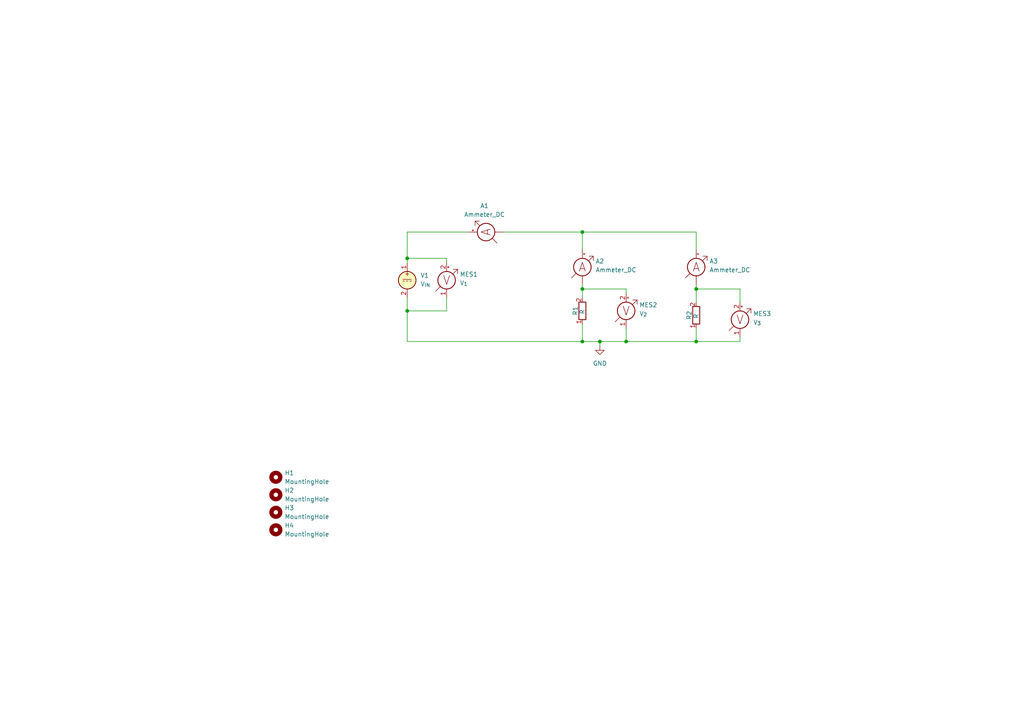
<source format=kicad_sch>
(kicad_sch (version 20231120) (generator "eeschema") (generator_version "8.0")
  (paper "A4")
  (lib_symbols
    (symbol "Library:Ammeter_DC" (pin_numbers hide) (pin_names (offset 0.0254) hide)
      (property "Reference" "MES" (at -3.302 1.016 0))
      (property "Value" "Ammeter_DC" (at -3.302 -0.762 0))
      (symbol "Ammeter_DC_0_0"
        (polyline (pts (xy -3.175 -3.175) (xy -1.905 -1.905)))
        (polyline (pts (xy 1.905 1.905) (xy 3.175 3.175)))
        (polyline (pts (xy 1.905 3.175) (xy 3.175 3.175) (xy 3.175 1.905)))
        (text "A" (at 0 0 0) (effects (font (size 2.54 2.54))))
      )
      (symbol "Ammeter_DC_0_1"
        (polyline (pts (xy 0.254 3.81) (xy 0.762 3.81)))
        (polyline (pts (xy 0.508 4.064) (xy 0.508 3.556)))
        (circle (center 0 0) (radius 2.54) (stroke (width 0.254)))
      )
      (symbol "Ammeter_DC_1_1"
        (pin passive line (at 0 -5.08 90) (length 2.54) (name "-") (number "1"))
        (pin passive line (at 0 5.08 270) (length 2.54) (name "+") (number "2"))
      )
    )
    (symbol "Library:MountingHole" (pin_names (offset 1.016)) (exclude_from_sim yes) (in_bom no)
      (property "Reference" "H" (at 0 5.08 0))
      (property "Value" "MountingHole" (at 0 3.175 0))
      (symbol "MountingHole_0_1"
        (circle (center 0 0) (radius 1.27) (stroke (width 1.27)))
      )
    )
    (symbol "Library:R" (pin_names (offset 0))
      (property "Reference" "R" (at 2.032 0 90))
      (property "Value" "R" (at 0 0 90))
      (symbol "R_0_1"
        (rectangle (start -1.016 -2.54) (end 1.016 2.54) (stroke (width 0.254)))
      )
      (symbol "R_1_1"
        (pin passive line (at 0 3.81 270) (length 1.27) (name "~") (number "1"))
        (pin passive line (at 0 -3.81 90) (length 1.27) (name "~") (number "2"))
      )
    )
    (symbol "Library:VDC" (pin_names (offset 0.0254))
      (property "Reference" "V" (at 2.54 2.54 0))
      (property "Value" "1" (at 2.54 0 0))
      (symbol "VDC_0_0"
        (polyline (pts (xy -1.27 0.254) (xy 1.27 0.254)))
        (polyline (pts (xy -0.762 -0.254) (xy -1.27 -0.254)))
        (polyline (pts (xy 0.254 -0.254) (xy -0.254 -0.254)))
        (polyline (pts (xy 1.27 -0.254) (xy 0.762 -0.254)))
        (text "+" (at 0 1.905 0) (effects (font (size 1.27 1.27))))
      )
      (symbol "VDC_0_1"
        (circle (center 0 0) (radius 2.54) (stroke (width 0.254)) (fill (type background)))
      )
      (symbol "VDC_1_1"
        (pin passive line (at 0 5.08 270) (length 2.54) (name "~") (number "1"))
        (pin passive line (at 0 -5.08 90) (length 2.54) (name "~") (number "2"))
      )
    )
    (symbol "Library:Voltmeter_DC" (pin_names (offset 0.0254) hide)
      (property "Reference" "MES" (at -3.302 1.016 0))
      (property "Value" "Voltmeter_DC" (at -3.302 -0.762 0))
      (symbol "Voltmeter_DC_0_0"
        (polyline (pts (xy -3.175 -3.175) (xy -1.905 -1.905)))
        (polyline (pts (xy 1.905 1.905) (xy 3.175 3.175)))
        (polyline (pts (xy 1.905 3.175) (xy 3.175 3.175) (xy 3.175 1.905)))
        (text "V" (at 0 0 0) (effects (font (size 2.54 2.54))))
      )
      (symbol "Voltmeter_DC_0_1"
        (polyline (pts (xy 0.254 3.81) (xy 0.762 3.81)))
        (polyline (pts (xy 0.508 4.064) (xy 0.508 3.556)))
        (circle (center 0 0) (radius 2.54) (stroke (width 0.254)))
      )
      (symbol "Voltmeter_DC_1_1"
        (pin passive line (at 0 -5.08 90) (length 2.54) (name "-") (number "1"))
        (pin passive line (at 0 5.08 270) (length 2.54) (name "+") (number "2"))
      )
    )
    (symbol "R_1" (pin_names (offset 0))
      (property "Reference" "R" (at 2.032 0 90))
      (property "Value" "R" (at 0 0 90))
      (symbol "R_1_0_1"
        (rectangle (start -1.016 -2.54) (end 1.016 2.54) (stroke (width 0.254)))
      )
      (symbol "R_1_1_1"
        (pin passive line (at 0 3.81 270) (length 1.27) (name "~") (number "1"))
        (pin passive line (at 0 -3.81 90) (length 1.27) (name "~") (number "2"))
      )
    )
    (symbol "power:GND" (power) (pin_numbers hide) (pin_names (offset 0) hide)
      (property "Value" "GND" (at 0 -3.81 0))
      (symbol "GND_0_1"
        (polyline (pts (xy 0 0) (xy 0 -1.27) (xy 1.27 -1.27) (xy 0 -2.54) (xy -1.27 -1.27) (xy 0 -1.27)))
      )
      (symbol "GND_1_1"
        (pin power_in line (at 0 0 270) (length 0) (name "~") (number "1"))
      )
    )
  )
  (junction (at 201.93 99.06))
  (junction (at 168.91 83.82))
  (junction (at 201.93 83.82))
  (junction (at 118.11 90.17))
  (junction (at 168.91 67.31))
  (junction (at 173.99 99.06))
  (junction (at 181.61 99.06))
  (junction (at 168.91 99.06))
  (junction (at 118.11 74.93))
  (wire (pts (xy 129.54 86.36) (xy 129.54 90.17)))
  (wire (pts (xy 214.63 97.79) (xy 214.63 99.06)))
  (wire (pts (xy 181.61 85.09) (xy 181.61 83.82)))
  (wire (pts (xy 118.11 74.93) (xy 118.11 76.2)))
  (wire (pts (xy 168.91 67.31) (xy 201.93 67.31)))
  (wire (pts (xy 118.11 99.06) (xy 118.11 90.17)))
  (wire (pts (xy 173.99 99.06) (xy 173.99 100.33)))
  (wire (pts (xy 214.63 83.82) (xy 214.63 87.63)))
  (wire (pts (xy 129.54 74.93) (xy 118.11 74.93)))
  (wire (pts (xy 168.91 83.82) (xy 168.91 86.36)))
  (wire (pts (xy 118.11 67.31) (xy 118.11 74.93)))
  (wire (pts (xy 118.11 99.06) (xy 168.91 99.06)))
  (wire (pts (xy 201.93 67.31) (xy 201.93 72.39)))
  (wire (pts (xy 146.05 67.31) (xy 168.91 67.31)))
  (wire (pts (xy 168.91 83.82) (xy 181.61 83.82)))
  (wire (pts (xy 168.91 99.06) (xy 173.99 99.06)))
  (wire (pts (xy 135.89 67.31) (xy 118.11 67.31)))
  (wire (pts (xy 201.93 83.82) (xy 201.93 87.63)))
  (wire (pts (xy 201.93 82.55) (xy 201.93 83.82)))
  (wire (pts (xy 201.93 99.06) (xy 214.63 99.06)))
  (wire (pts (xy 129.54 76.2) (xy 129.54 74.93)))
  (wire (pts (xy 129.54 90.17) (xy 118.11 90.17)))
  (wire (pts (xy 181.61 99.06) (xy 201.93 99.06)))
  (wire (pts (xy 173.99 99.06) (xy 181.61 99.06)))
  (wire (pts (xy 168.91 93.98) (xy 168.91 99.06)))
  (wire (pts (xy 168.91 82.55) (xy 168.91 83.82)))
  (wire (pts (xy 201.93 83.82) (xy 214.63 83.82)))
  (wire (pts (xy 201.93 95.25) (xy 201.93 99.06)))
  (wire (pts (xy 118.11 90.17) (xy 118.11 86.36)))
  (wire (pts (xy 181.61 95.25) (xy 181.61 99.06)))
  (wire (pts (xy 168.91 67.31) (xy 168.91 72.39)))
  (symbol (lib_name "R_1") (lib_id "Library:R_1") (at 168.91 90.17 180) (unit 1) (in_bom no)
    (property "Reference" "R1" (at 166.878 90.17 90))
    (property "Value" "R" (at 168.91 90.424 90))
    (property "Footprint" "Library:Resistor-Plugin_0.5Watt" (effects (hide yes)))
    (property "Description" "Resistor" (effects (hide yes)))
  )
  (symbol (lib_id "Library:Ammeter_DC") (at 140.97 67.31 90) (unit 1) (in_bom no)
    (property "Reference" "A1" (at 140.5255 59.69 90))
    (property "Value" "Ammeter_DC" (at 140.5255 62.23 90))
    (property "Footprint" "Library:Ammeter horizontal" (effects (hide yes)))
    (property "Description" "DC ammeter" (effects (hide yes)))
  )
  (symbol (lib_id "Library:Ammeter_DC") (at 168.91 77.47 0) (unit 1) (in_bom no)
    (property "Reference" "A2" (at 172.72 75.7554 0) (effects (justify left)))
    (property "Value" "Ammeter_DC" (at 172.72 78.2954 0) (effects (justify left)))
    (property "Footprint" "Library:Ammeter Vertical" (effects (hide yes)))
    (property "Description" "DC ammeter" (effects (hide yes)))
  )
  (symbol (lib_id "Library:MountingHole") (at 80.01 138.43 0) (unit 1) (exclude_from_sim yes) (in_bom no)
    (property "Reference" "H1" (at 82.55 137.1599 0) (effects (justify left)))
    (property "Value" "MountingHole" (at 82.55 139.6999 0) (effects (justify left)))
    (property "Footprint" "Library:MountingHole_3.2mm_M3_Pad" (effects (hide yes)))
    (property "Description" "Mounting Hole without connection" (effects (hide yes)))
  )
  (symbol (lib_id "power:GND") (at 173.99 100.33 0) (unit 1)
    (property "Reference" "#PWR01" (effects (hide yes)))
    (property "Value" "GND" (at 173.99 105.41 0))
    (property "Description" "Power symbol creates a global label with name \"GND\" , ground" (effects (hide yes)))
  )
  (symbol (lib_id "Library:R") (at 201.93 91.44 180) (unit 1) (in_bom no)
    (property "Reference" "R2" (at 199.898 91.44 90))
    (property "Value" "R" (at 201.93 91.694 90))
    (property "Footprint" "Library:Resistor-Plugin_0.5Watt" (effects (hide yes)))
    (property "Description" "Resistor" (effects (hide yes)))
  )
  (symbol (lib_id "Library:Voltmeter_DC") (at 129.54 81.28 0) (unit 1) (in_bom no)
    (property "Reference" "MES1" (at 133.35 79.5654 0) (effects (justify left)))
    (property "Value" "V_{1}" (at 133.35 82.1054 0) (effects (justify left)))
    (property "Footprint" "Library:Volt meter vertical" (effects (hide yes)))
    (property "Description" "DC voltmeter" (effects (hide yes)))
  )
  (symbol (lib_id "Library:MountingHole") (at 80.01 153.67 0) (unit 1) (exclude_from_sim yes) (in_bom no)
    (property "Reference" "H4" (at 82.55 152.3999 0) (effects (justify left)))
    (property "Value" "MountingHole" (at 82.55 154.9399 0) (effects (justify left)))
    (property "Footprint" "Library:MountingHole_3.2mm_M3_Pad" (effects (hide yes)))
    (property "Description" "Mounting Hole without connection" (effects (hide yes)))
  )
  (symbol (lib_id "Library:Voltmeter_DC") (at 214.63 92.71 0) (unit 1) (in_bom no)
    (property "Reference" "MES3" (at 218.44 90.9954 0) (effects (justify left)))
    (property "Value" "V_{3}" (at 218.44 93.5354 0) (effects (justify left)))
    (property "Footprint" "Library:Volt meter vertical" (effects (hide yes)))
    (property "Description" "DC voltmeter" (effects (hide yes)))
  )
  (symbol (lib_id "Library:MountingHole") (at 80.01 143.51 0) (unit 1) (exclude_from_sim yes) (in_bom no)
    (property "Reference" "H2" (at 82.55 142.2399 0) (effects (justify left)))
    (property "Value" "MountingHole" (at 82.55 144.7799 0) (effects (justify left)))
    (property "Footprint" "Library:MountingHole_3.2mm_M3_Pad" (effects (hide yes)))
    (property "Description" "Mounting Hole without connection" (effects (hide yes)))
  )
  (symbol (lib_id "Library:MountingHole") (at 80.01 148.59 0) (unit 1) (exclude_from_sim yes) (in_bom no)
    (property "Reference" "H3" (at 82.55 147.3199 0) (effects (justify left)))
    (property "Value" "MountingHole" (at 82.55 149.8599 0) (effects (justify left)))
    (property "Footprint" "Library:MountingHole_3.2mm_M3_Pad" (effects (hide yes)))
    (property "Description" "Mounting Hole without connection" (effects (hide yes)))
  )
  (symbol (lib_id "Library:VDC") (at 118.11 81.28 0) (unit 1) (in_bom no)
    (property "Reference" "V1" (at 121.92 79.8801 0) (effects (justify left)))
    (property "Value" "V_{IN}" (at 121.92 82.4201 0) (effects (justify left)))
    (property "Footprint" "Library:DC Power Supply Vertical" (effects (hide yes)))
    (property "Datasheet" "https://ngspice.sourceforge.io/docs/ngspice-html-manual/manual.xhtml#sec_Independent_Sources_for" (effects (hide yes)))
    (property "Description" "Voltage source, DC" (effects (hide yes)))
    (property "Sim.Pins" "1=+ 2=-" (effects (hide yes)))
    (property "Sim.Type" "DC" (effects (hide yes)))
    (property "Sim.Device" "V" (effects (hide yes)))
  )
  (symbol (lib_id "Library:Ammeter_DC") (at 201.93 77.47 0) (unit 1) (in_bom no)
    (property "Reference" "A3" (at 205.74 75.7554 0) (effects (justify left)))
    (property "Value" "Ammeter_DC" (at 205.74 78.2954 0) (effects (justify left)))
    (property "Footprint" "Library:Ammeter Vertical" (effects (hide yes)))
    (property "Description" "DC ammeter" (effects (hide yes)))
  )
  (symbol (lib_id "Library:Voltmeter_DC") (at 181.61 90.17 0) (unit 1) (in_bom no)
    (property "Reference" "MES2" (at 185.42 88.4554 0) (effects (justify left)))
    (property "Value" "V_{2}" (at 185.42 90.9954 0) (effects (justify left)))
    (property "Footprint" "Library:Volt meter vertical" (effects (hide yes)))
    (property "Description" "DC voltmeter" (effects (hide yes)))
  )
)
</source>
